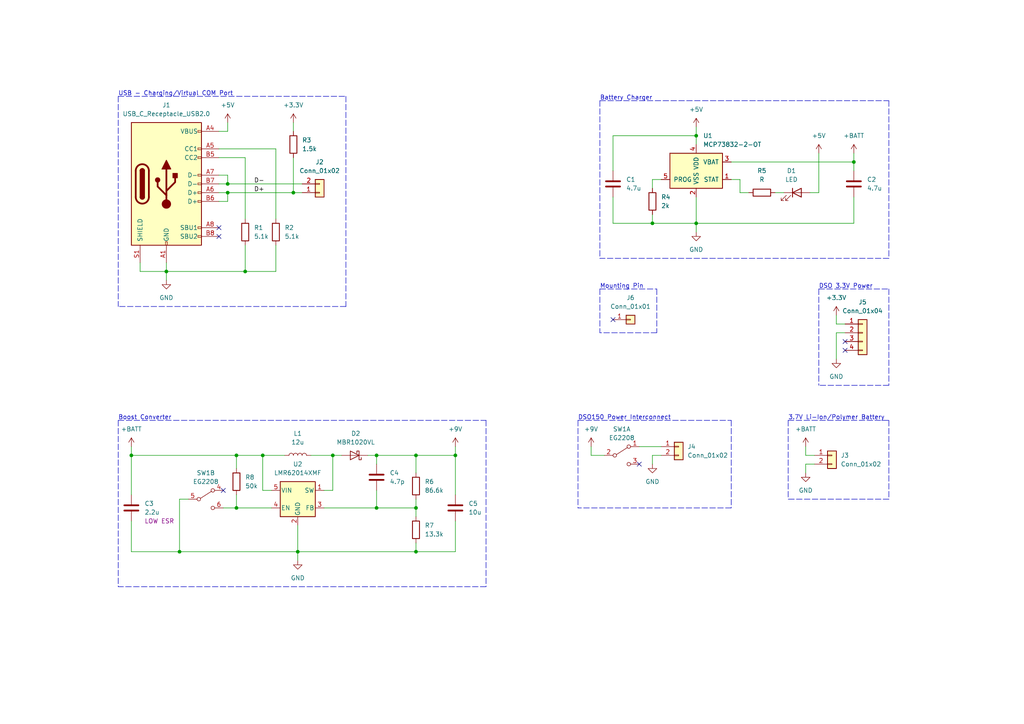
<source format=kicad_sch>
(kicad_sch (version 20211123) (generator eeschema)
  (paper "A4")
  (title_block (title "DSO150 Mod") (date "2022-09-11") (rev "1.0") (company "Aaron Shappell"))
  (lib_symbols
    (symbol "Battery_Management:MCP73832-2-OT" (pin_names (offset 1.016))
      (property "Reference" "U" (at -7.62 6.35 0))
      (property "Value" "MCP73832-2-OT" (at 1.27 6.35 0))
      (symbol "MCP73832-2-OT_0_1"
        (rectangle (start -7.62 5.08) (end 7.62 -5.08) (stroke (width 0.254)) (fill (type background)))
      )
      (symbol "MCP73832-2-OT_1_1"
        (pin output line (at 10.16 -2.54 180) (length 2.54) (name "STAT") (number "1"))
        (pin power_in line (at 0 -7.62 90) (length 2.54) (name "VSS") (number "2"))
        (pin power_out line (at 10.16 2.54 180) (length 2.54) (name "VBAT") (number "3"))
        (pin power_in line (at 0 7.62 270) (length 2.54) (name "VDD") (number "4"))
        (pin input line (at -10.16 -2.54 0) (length 2.54) (name "PROG") (number "5"))
      )
    )
    (symbol "Connector:USB_C_Receptacle_USB2.0" (pin_names (offset 1.016))
      (property "Reference" "J" (at -10.16 19.05 0))
      (property "Value" "USB_C_Receptacle_USB2.0" (at 19.05 19.05 0))
      (symbol "USB_C_Receptacle_USB2.0_0_0"
        (rectangle (start -0.254 -17.78) (end 0.254 -16.764))
        (rectangle (start 10.16 -14.986) (end 9.144 -15.494))
        (rectangle (start 10.16 -12.446) (end 9.144 -12.954))
        (rectangle (start 10.16 -4.826) (end 9.144 -5.334))
        (rectangle (start 10.16 -2.286) (end 9.144 -2.794))
        (rectangle (start 10.16 0.254) (end 9.144 -0.254))
        (rectangle (start 10.16 2.794) (end 9.144 2.286))
        (rectangle (start 10.16 7.874) (end 9.144 7.366))
        (rectangle (start 10.16 10.414) (end 9.144 9.906))
        (rectangle (start 10.16 15.494) (end 9.144 14.986))
      )
      (symbol "USB_C_Receptacle_USB2.0_0_1"
        (rectangle (start -10.16 17.78) (end 10.16 -17.78) (stroke (width 0.254)) (fill (type background)))
        (arc (start -8.89 -3.81) (mid -6.985 -5.715) (end -5.08 -3.81) (stroke (width 0.508)))
        (arc (start -7.62 -3.81) (mid -6.985 -4.445) (end -6.35 -3.81) (stroke (width 0.254)))
        (arc (start -7.62 -3.81) (mid -6.985 -4.445) (end -6.35 -3.81) (stroke (width 0.254)) (fill (type outline)))
        (rectangle (start -7.62 -3.81) (end -6.35 3.81) (stroke (width 0.254)) (fill (type outline)))
        (arc (start -6.35 3.81) (mid -6.985 4.445) (end -7.62 3.81) (stroke (width 0.254)))
        (arc (start -6.35 3.81) (mid -6.985 4.445) (end -7.62 3.81) (stroke (width 0.254)) (fill (type outline)))
        (arc (start -5.08 3.81) (mid -6.985 5.715) (end -8.89 3.81) (stroke (width 0.508)))
        (circle (center -2.54 1.143) (radius 0.635) (stroke (width 0.254)) (fill (type outline)))
        (circle (center 0 -5.842) (radius 1.27) (fill (type outline)))
        (polyline (pts (xy -8.89 -3.81) (xy -8.89 3.81)) (stroke (width 0.508)))
        (polyline (pts (xy -5.08 3.81) (xy -5.08 -3.81)) (stroke (width 0.508)))
        (polyline (pts (xy 0 -5.842) (xy 0 4.318)) (stroke (width 0.508)))
        (polyline (pts (xy 0 -3.302) (xy -2.54 -0.762) (xy -2.54 0.508)) (stroke (width 0.508)))
        (polyline (pts (xy 0 -2.032) (xy 2.54 0.508) (xy 2.54 1.778)) (stroke (width 0.508)))
        (polyline (pts (xy -1.27 4.318) (xy 0 6.858) (xy 1.27 4.318) (xy -1.27 4.318)) (stroke (width 0.254)) (fill (type outline)))
        (rectangle (start 1.905 1.778) (end 3.175 3.048) (stroke (width 0.254)) (fill (type outline)))
      )
      (symbol "USB_C_Receptacle_USB2.0_1_1"
        (pin passive line (at 0 -22.86 90) (length 5.08) (name "GND") (number "A1"))
        (pin passive line (at 0 -22.86 90) (length 5.08) hide (name "GND") (number "A12"))
        (pin passive line (at 15.24 15.24 180) (length 5.08) (name "VBUS") (number "A4"))
        (pin bidirectional line (at 15.24 10.16 180) (length 5.08) (name "CC1") (number "A5"))
        (pin bidirectional line (at 15.24 -2.54 180) (length 5.08) (name "D+") (number "A6"))
        (pin bidirectional line (at 15.24 2.54 180) (length 5.08) (name "D-") (number "A7"))
        (pin bidirectional line (at 15.24 -12.7 180) (length 5.08) (name "SBU1") (number "A8"))
        (pin passive line (at 15.24 15.24 180) (length 5.08) hide (name "VBUS") (number "A9"))
        (pin passive line (at 0 -22.86 90) (length 5.08) hide (name "GND") (number "B1"))
        (pin passive line (at 0 -22.86 90) (length 5.08) hide (name "GND") (number "B12"))
        (pin passive line (at 15.24 15.24 180) (length 5.08) hide (name "VBUS") (number "B4"))
        (pin bidirectional line (at 15.24 7.62 180) (length 5.08) (name "CC2") (number "B5"))
        (pin bidirectional line (at 15.24 -5.08 180) (length 5.08) (name "D+") (number "B6"))
        (pin bidirectional line (at 15.24 0 180) (length 5.08) (name "D-") (number "B7"))
        (pin bidirectional line (at 15.24 -15.24 180) (length 5.08) (name "SBU2") (number "B8"))
        (pin passive line (at 15.24 15.24 180) (length 5.08) hide (name "VBUS") (number "B9"))
        (pin passive line (at -7.62 -22.86 90) (length 5.08) (name "SHIELD") (number "S1"))
      )
    )
    (symbol "Connector_Generic:Conn_01x01" (pin_names (offset 1.016) hide)
      (property "Reference" "J" (at 0 2.54 0))
      (property "Value" "Conn_01x01" (at 0 -2.54 0))
      (symbol "Conn_01x01_1_1"
        (rectangle (start -1.27 0.127) (end 0 -0.127) (stroke (width 0.1524)))
        (rectangle (start -1.27 1.27) (end 1.27 -1.27) (stroke (width 0.254)) (fill (type background)))
        (pin passive line (at -5.08 0 0) (length 3.81) (name "Pin_1") (number "1"))
      )
    )
    (symbol "Connector_Generic:Conn_01x02" (pin_names (offset 1.016) hide)
      (property "Reference" "J" (at 0 2.54 0))
      (property "Value" "Conn_01x02" (at 0 -5.08 0))
      (symbol "Conn_01x02_1_1"
        (rectangle (start -1.27 -2.413) (end 0 -2.667) (stroke (width 0.1524)))
        (rectangle (start -1.27 0.127) (end 0 -0.127) (stroke (width 0.1524)))
        (rectangle (start -1.27 1.27) (end 1.27 -3.81) (stroke (width 0.254)) (fill (type background)))
        (pin passive line (at -5.08 0 0) (length 3.81) (name "Pin_1") (number "1"))
        (pin passive line (at -5.08 -2.54 0) (length 3.81) (name "Pin_2") (number "2"))
      )
    )
    (symbol "Connector_Generic:Conn_01x04" (pin_names (offset 1.016) hide)
      (property "Reference" "J" (at 0 5.08 0))
      (property "Value" "Conn_01x04" (at 0 -7.62 0))
      (symbol "Conn_01x04_1_1"
        (rectangle (start -1.27 -4.953) (end 0 -5.207) (stroke (width 0.1524)))
        (rectangle (start -1.27 -2.413) (end 0 -2.667) (stroke (width 0.1524)))
        (rectangle (start -1.27 0.127) (end 0 -0.127) (stroke (width 0.1524)))
        (rectangle (start -1.27 2.667) (end 0 2.413) (stroke (width 0.1524)))
        (rectangle (start -1.27 3.81) (end 1.27 -6.35) (stroke (width 0.254)) (fill (type background)))
        (pin passive line (at -5.08 2.54 0) (length 3.81) (name "Pin_1") (number "1"))
        (pin passive line (at -5.08 0 0) (length 3.81) (name "Pin_2") (number "2"))
        (pin passive line (at -5.08 -2.54 0) (length 3.81) (name "Pin_3") (number "3"))
        (pin passive line (at -5.08 -5.08 0) (length 3.81) (name "Pin_4") (number "4"))
      )
    )
    (symbol "Device:C" (pin_numbers hide) (pin_names (offset 0.254))
      (property "Reference" "C" (at 0.635 2.54 0))
      (property "Value" "C" (at 0.635 -2.54 0))
      (symbol "C_0_1"
        (polyline (pts (xy -2.032 -0.762) (xy 2.032 -0.762)) (stroke (width 0.508)))
        (polyline (pts (xy -2.032 0.762) (xy 2.032 0.762)) (stroke (width 0.508)))
      )
      (symbol "C_1_1"
        (pin passive line (at 0 3.81 270) (length 2.794) (name "~") (number "1"))
        (pin passive line (at 0 -3.81 90) (length 2.794) (name "~") (number "2"))
      )
    )
    (symbol "Device:L" (pin_numbers hide) (pin_names (offset 1.016) hide)
      (property "Reference" "L" (at -1.27 0 90))
      (property "Value" "L" (at 1.905 0 90))
      (symbol "L_0_1"
        (arc (start 0 -2.54) (mid 0.635 -1.905) (end 0 -1.27))
        (arc (start 0 -1.27) (mid 0.635 -0.635) (end 0 0))
        (arc (start 0 0) (mid 0.635 0.635) (end 0 1.27))
        (arc (start 0 1.27) (mid 0.635 1.905) (end 0 2.54))
      )
      (symbol "L_1_1"
        (pin passive line (at 0 3.81 270) (length 1.27) (name "1") (number "1"))
        (pin passive line (at 0 -3.81 90) (length 1.27) (name "2") (number "2"))
      )
    )
    (symbol "Device:LED" (pin_numbers hide) (pin_names (offset 1.016) hide)
      (property "Reference" "D" (at 0 2.54 0))
      (property "Value" "LED" (at 0 -2.54 0))
      (symbol "LED_0_1"
        (polyline (pts (xy -1.27 -1.27) (xy -1.27 1.27)) (stroke (width 0.254)))
        (polyline (pts (xy -1.27 0) (xy 1.27 0)))
        (polyline (pts (xy 1.27 -1.27) (xy 1.27 1.27) (xy -1.27 0) (xy 1.27 -1.27)) (stroke (width 0.254)))
        (polyline (pts (xy -3.048 -0.762) (xy -4.572 -2.286) (xy -3.81 -2.286) (xy -4.572 -2.286) (xy -4.572 -1.524)))
        (polyline (pts (xy -1.778 -0.762) (xy -3.302 -2.286) (xy -2.54 -2.286) (xy -3.302 -2.286) (xy -3.302 -1.524)))
      )
      (symbol "LED_1_1"
        (pin passive line (at -3.81 0 0) (length 2.54) (name "K") (number "1"))
        (pin passive line (at 3.81 0 180) (length 2.54) (name "A") (number "2"))
      )
    )
    (symbol "Device:R" (pin_numbers hide) (pin_names (offset 0))
      (property "Reference" "R" (at 2.032 0 90))
      (property "Value" "R" (at 0 0 90))
      (symbol "R_0_1"
        (rectangle (start -1.016 -2.54) (end 1.016 2.54) (stroke (width 0.254)))
      )
      (symbol "R_1_1"
        (pin passive line (at 0 3.81 270) (length 1.27) (name "~") (number "1"))
        (pin passive line (at 0 -3.81 90) (length 1.27) (name "~") (number "2"))
      )
    )
    (symbol "Diode:MBR1020VL" (pin_numbers hide) (pin_names hide)
      (property "Reference" "D" (at 0 2.54 0))
      (property "Value" "MBR1020VL" (at 0 -2.54 0))
      (symbol "MBR1020VL_0_1"
        (polyline (pts (xy 1.27 0) (xy -1.27 0)))
        (polyline (pts (xy 1.27 1.27) (xy 1.27 -1.27) (xy -1.27 0) (xy 1.27 1.27)) (stroke (width 0.2032)))
        (polyline (pts (xy -1.905 0.635) (xy -1.905 1.27) (xy -1.27 1.27) (xy -1.27 -1.27) (xy -0.635 -1.27) (xy -0.635 -0.635)) (stroke (width 0.2032)))
      )
      (symbol "MBR1020VL_1_1"
        (pin passive line (at -3.81 0 0) (length 2.54) (name "K") (number "1"))
        (pin passive line (at 3.81 0 180) (length 2.54) (name "A") (number "2"))
      )
    )
    (symbol "Regulator_Switching:LMR62014XMF" (pin_names (offset 0.254))
      (property "Reference" "U" (at -5.08 6.35 0))
      (property "Value" "LMR62014XMF" (at 0 6.35 0))
      (symbol "LMR62014XMF_0_1"
        (rectangle (start -5.08 5.08) (end 5.08 -5.08) (stroke (width 0.254)) (fill (type background)))
      )
      (symbol "LMR62014XMF_1_1"
        (pin output line (at 7.62 2.54 180) (length 2.54) (name "SW") (number "1"))
        (pin power_in line (at 0 -7.62 90) (length 2.54) (name "GND") (number "2"))
        (pin input line (at 7.62 -2.54 180) (length 2.54) (name "FB") (number "3"))
        (pin input line (at -7.62 -2.54 0) (length 2.54) (name "EN") (number "4"))
        (pin input line (at -7.62 2.54 0) (length 2.54) (name "VIN") (number "5"))
      )
    )
    (symbol "Switch:SW_DPDT_x2" (pin_names (offset 0) hide)
      (property "Reference" "SW" (at 0 4.318 0))
      (property "Value" "SW_DPDT_x2" (at 0 -5.08 0))
      (symbol "SW_DPDT_x2_0_0"
        (circle (center -2.032 0) (radius 0.508))
        (circle (center 2.032 -2.54) (radius 0.508))
      )
      (symbol "SW_DPDT_x2_0_1"
        (polyline (pts (xy -1.524 0.254) (xy 1.651 2.286)))
        (circle (center 2.032 2.54) (radius 0.508))
      )
      (symbol "SW_DPDT_x2_1_1"
        (pin passive line (at 5.08 2.54 180) (length 2.54) (name "A") (number "1"))
        (pin passive line (at -5.08 0 0) (length 2.54) (name "B") (number "2"))
        (pin passive line (at 5.08 -2.54 180) (length 2.54) (name "C") (number "3"))
      )
      (symbol "SW_DPDT_x2_2_1"
        (pin passive line (at 5.08 2.54 180) (length 2.54) (name "A") (number "4"))
        (pin passive line (at -5.08 0 0) (length 2.54) (name "B") (number "5"))
        (pin passive line (at 5.08 -2.54 180) (length 2.54) (name "C") (number "6"))
      )
    )
    (symbol "power:+3.3V" (power) (pin_names (offset 0))
      (property "Value" "+3.3V" (at 0 3.556 0))
      (symbol "+3.3V_0_1"
        (polyline (pts (xy -0.762 1.27) (xy 0 2.54)))
        (polyline (pts (xy 0 0) (xy 0 2.54)))
        (polyline (pts (xy 0 2.54) (xy 0.762 1.27)))
      )
      (symbol "+3.3V_1_1"
        (pin power_in line (at 0 0 90) (length 0) hide (name "+3.3V") (number "1"))
      )
    )
    (symbol "power:+5V" (power) (pin_names (offset 0))
      (property "Value" "+5V" (at 0 3.556 0))
      (symbol "+5V_0_1"
        (polyline (pts (xy -0.762 1.27) (xy 0 2.54)))
        (polyline (pts (xy 0 0) (xy 0 2.54)))
        (polyline (pts (xy 0 2.54) (xy 0.762 1.27)))
      )
      (symbol "+5V_1_1"
        (pin power_in line (at 0 0 90) (length 0) hide (name "+5V") (number "1"))
      )
    )
    (symbol "power:+9V" (power) (pin_names (offset 0))
      (property "Value" "+9V" (at 0 3.556 0))
      (symbol "+9V_0_1"
        (polyline (pts (xy -0.762 1.27) (xy 0 2.54)))
        (polyline (pts (xy 0 0) (xy 0 2.54)))
        (polyline (pts (xy 0 2.54) (xy 0.762 1.27)))
      )
      (symbol "+9V_1_1"
        (pin power_in line (at 0 0 90) (length 0) hide (name "+9V") (number "1"))
      )
    )
    (symbol "power:+BATT" (power) (pin_names (offset 0))
      (property "Value" "+BATT" (at 0 3.556 0))
      (symbol "+BATT_0_1"
        (polyline (pts (xy -0.762 1.27) (xy 0 2.54)))
        (polyline (pts (xy 0 0) (xy 0 2.54)))
        (polyline (pts (xy 0 2.54) (xy 0.762 1.27)))
      )
      (symbol "+BATT_1_1"
        (pin power_in line (at 0 0 90) (length 0) hide (name "+BATT") (number "1"))
      )
    )
    (symbol "power:GND" (power) (pin_names (offset 0))
      (property "Value" "GND" (at 0 -3.81 0))
      (symbol "GND_0_1"
        (polyline (pts (xy 0 0) (xy 0 -1.27) (xy 1.27 -1.27) (xy 0 -2.54) (xy -1.27 -1.27) (xy 0 -1.27)))
      )
      (symbol "GND_1_1"
        (pin power_in line (at 0 0 270) (length 0) hide (name "GND") (number "1"))
      )
    )
  )
  (junction (at 68.58 132.08))
  (junction (at 109.22 132.08))
  (junction (at 71.12 78.74))
  (junction (at 85.09 55.88))
  (junction (at 109.22 147.32))
  (junction (at 120.65 132.08))
  (junction (at 66.04 53.34))
  (junction (at 48.26 78.74))
  (junction (at 132.08 132.08))
  (junction (at 247.65 46.99))
  (junction (at 68.58 147.32))
  (junction (at 38.1 132.08))
  (junction (at 52.07 160.02))
  (junction (at 201.93 39.37))
  (junction (at 120.65 160.02))
  (junction (at 189.23 64.77))
  (junction (at 86.36 160.02))
  (junction (at 66.04 55.88))
  (junction (at 96.52 132.08))
  (junction (at 120.65 147.32))
  (junction (at 201.93 64.77))
  (junction (at 76.2 132.08))
  (no_connect (at 63.5 66.04))
  (no_connect (at 63.5 68.58))
  (no_connect (at 185.42 134.62))
  (no_connect (at 245.11 101.6))
  (no_connect (at 245.11 99.06))
  (no_connect (at 64.77 142.24))
  (no_connect (at 177.8 92.71))
  (wire (pts (xy 201.93 39.37) (xy 201.93 41.91)))
  (wire (pts (xy 177.8 57.15) (xy 177.8 64.77)))
  (wire (pts (xy 132.08 132.08) (xy 132.08 143.51)))
  (wire (pts (xy 233.68 137.16) (xy 233.68 134.62)))
  (polyline (pts (xy 257.81 121.92) (xy 257.81 144.78)))
  (wire (pts (xy 189.23 132.08) (xy 191.77 132.08)))
  (polyline (pts (xy 237.49 83.82) (xy 257.81 83.82)))
  (wire (pts (xy 68.58 147.32) (xy 68.58 143.51)))
  (polyline (pts (xy 228.6 121.92) (xy 257.81 121.92)))
  (polyline (pts (xy 167.64 121.92) (xy 212.09 121.92)))
  (wire (pts (xy 66.04 58.42) (xy 63.5 58.42)))
  (wire (pts (xy 247.65 46.99) (xy 247.65 49.53)))
  (wire (pts (xy 185.42 129.54) (xy 191.77 129.54)))
  (wire (pts (xy 38.1 151.13) (xy 38.1 160.02)))
  (wire (pts (xy 86.36 152.4) (xy 86.36 160.02)))
  (wire (pts (xy 106.68 132.08) (xy 109.22 132.08)))
  (wire (pts (xy 38.1 143.51) (xy 38.1 132.08)))
  (wire (pts (xy 214.63 52.07) (xy 214.63 55.88)))
  (wire (pts (xy 63.5 50.8) (xy 66.04 50.8)))
  (polyline (pts (xy 212.09 121.92) (xy 212.09 147.32)))
  (polyline (pts (xy 257.81 74.93) (xy 173.99 74.93)))
  (wire (pts (xy 71.12 45.72) (xy 63.5 45.72)))
  (wire (pts (xy 233.68 132.08) (xy 236.22 132.08)))
  (polyline (pts (xy 34.29 121.92) (xy 34.29 170.18)))
  (polyline (pts (xy 190.5 96.52) (xy 173.99 96.52)))
  (polyline (pts (xy 228.6 121.92) (xy 228.6 144.78)))
  (wire (pts (xy 177.8 49.53) (xy 177.8 39.37)))
  (polyline (pts (xy 34.29 27.94) (xy 100.33 27.94)))
  (wire (pts (xy 247.65 57.15) (xy 247.65 64.77)))
  (wire (pts (xy 48.26 78.74) (xy 48.26 81.28)))
  (wire (pts (xy 63.5 53.34) (xy 66.04 53.34)))
  (wire (pts (xy 245.11 96.52) (xy 242.57 96.52)))
  (wire (pts (xy 38.1 132.08) (xy 68.58 132.08)))
  (wire (pts (xy 109.22 142.24) (xy 109.22 147.32)))
  (wire (pts (xy 233.68 129.54) (xy 233.68 132.08)))
  (wire (pts (xy 177.8 39.37) (xy 201.93 39.37)))
  (wire (pts (xy 189.23 64.77) (xy 201.93 64.77)))
  (wire (pts (xy 48.26 76.2) (xy 48.26 78.74)))
  (wire (pts (xy 242.57 93.98) (xy 245.11 93.98)))
  (wire (pts (xy 66.04 55.88) (xy 66.04 58.42)))
  (wire (pts (xy 120.65 157.48) (xy 120.65 160.02)))
  (wire (pts (xy 66.04 38.1) (xy 66.04 35.56)))
  (polyline (pts (xy 190.5 83.82) (xy 190.5 96.52)))
  (wire (pts (xy 80.01 71.12) (xy 80.01 78.74)))
  (polyline (pts (xy 173.99 83.82) (xy 190.5 83.82)))
  (wire (pts (xy 234.95 55.88) (xy 237.49 55.88)))
  (wire (pts (xy 85.09 35.56) (xy 85.09 38.1)))
  (wire (pts (xy 247.65 44.45) (xy 247.65 46.99)))
  (wire (pts (xy 212.09 52.07) (xy 214.63 52.07)))
  (wire (pts (xy 120.65 147.32) (xy 120.65 149.86)))
  (wire (pts (xy 52.07 160.02) (xy 86.36 160.02)))
  (wire (pts (xy 68.58 147.32) (xy 78.74 147.32)))
  (wire (pts (xy 132.08 151.13) (xy 132.08 160.02)))
  (wire (pts (xy 132.08 129.54) (xy 132.08 132.08)))
  (wire (pts (xy 109.22 147.32) (xy 120.65 147.32)))
  (polyline (pts (xy 34.29 27.94) (xy 34.29 88.9)))
  (polyline (pts (xy 257.81 144.78) (xy 228.6 144.78)))
  (wire (pts (xy 212.09 46.99) (xy 247.65 46.99)))
  (wire (pts (xy 38.1 160.02) (xy 52.07 160.02)))
  (wire (pts (xy 96.52 132.08) (xy 96.52 142.24)))
  (wire (pts (xy 132.08 160.02) (xy 120.65 160.02)))
  (wire (pts (xy 63.5 43.18) (xy 80.01 43.18)))
  (wire (pts (xy 120.65 137.16) (xy 120.65 132.08)))
  (wire (pts (xy 66.04 53.34) (xy 87.63 53.34)))
  (wire (pts (xy 68.58 132.08) (xy 76.2 132.08)))
  (wire (pts (xy 242.57 96.52) (xy 242.57 104.14)))
  (polyline (pts (xy 212.09 147.32) (xy 167.64 147.32)))
  (polyline (pts (xy 100.33 88.9) (xy 34.29 88.9)))
  (wire (pts (xy 247.65 64.77) (xy 201.93 64.77)))
  (wire (pts (xy 71.12 71.12) (xy 71.12 78.74)))
  (polyline (pts (xy 173.99 29.21) (xy 173.99 74.93)))
  (wire (pts (xy 85.09 55.88) (xy 87.63 55.88)))
  (polyline (pts (xy 140.97 170.18) (xy 34.29 170.18)))
  (polyline (pts (xy 257.81 29.21) (xy 257.81 74.93)))
  (wire (pts (xy 54.61 144.78) (xy 52.07 144.78)))
  (wire (pts (xy 189.23 54.61) (xy 189.23 52.07)))
  (wire (pts (xy 64.77 147.32) (xy 68.58 147.32)))
  (polyline (pts (xy 100.33 27.94) (xy 100.33 88.9)))
  (wire (pts (xy 120.65 160.02) (xy 86.36 160.02)))
  (wire (pts (xy 233.68 134.62) (xy 236.22 134.62)))
  (polyline (pts (xy 257.81 83.82) (xy 257.81 111.76)))
  (wire (pts (xy 85.09 45.72) (xy 85.09 55.88)))
  (wire (pts (xy 171.45 129.54) (xy 171.45 132.08)))
  (wire (pts (xy 90.17 132.08) (xy 96.52 132.08)))
  (wire (pts (xy 76.2 142.24) (xy 78.74 142.24)))
  (wire (pts (xy 189.23 134.62) (xy 189.23 132.08)))
  (wire (pts (xy 40.64 78.74) (xy 48.26 78.74)))
  (polyline (pts (xy 167.64 121.92) (xy 167.64 147.32)))
  (wire (pts (xy 132.08 132.08) (xy 120.65 132.08)))
  (polyline (pts (xy 140.97 121.92) (xy 140.97 170.18)))
  (wire (pts (xy 82.55 132.08) (xy 76.2 132.08)))
  (wire (pts (xy 96.52 132.08) (xy 99.06 132.08)))
  (wire (pts (xy 71.12 78.74) (xy 48.26 78.74)))
  (wire (pts (xy 80.01 43.18) (xy 80.01 63.5)))
  (wire (pts (xy 201.93 64.77) (xy 201.93 67.31)))
  (wire (pts (xy 242.57 91.44) (xy 242.57 93.98)))
  (wire (pts (xy 109.22 132.08) (xy 120.65 132.08)))
  (wire (pts (xy 201.93 36.83) (xy 201.93 39.37)))
  (wire (pts (xy 66.04 55.88) (xy 85.09 55.88)))
  (polyline (pts (xy 257.81 111.76) (xy 237.49 111.76)))
  (wire (pts (xy 237.49 44.45) (xy 237.49 55.88)))
  (polyline (pts (xy 34.29 121.92) (xy 140.97 121.92)))
  (wire (pts (xy 38.1 129.54) (xy 38.1 132.08)))
  (wire (pts (xy 201.93 57.15) (xy 201.93 64.77)))
  (polyline (pts (xy 173.99 29.21) (xy 257.81 29.21)))
  (wire (pts (xy 52.07 144.78) (xy 52.07 160.02)))
  (wire (pts (xy 93.98 142.24) (xy 96.52 142.24)))
  (wire (pts (xy 224.79 55.88) (xy 227.33 55.88)))
  (wire (pts (xy 63.5 55.88) (xy 66.04 55.88)))
  (wire (pts (xy 40.64 76.2) (xy 40.64 78.74)))
  (wire (pts (xy 86.36 160.02) (xy 86.36 162.56)))
  (wire (pts (xy 171.45 132.08) (xy 175.26 132.08)))
  (wire (pts (xy 80.01 78.74) (xy 71.12 78.74)))
  (wire (pts (xy 66.04 53.34) (xy 66.04 50.8)))
  (wire (pts (xy 177.8 64.77) (xy 189.23 64.77)))
  (wire (pts (xy 93.98 147.32) (xy 109.22 147.32)))
  (wire (pts (xy 68.58 132.08) (xy 68.58 135.89)))
  (wire (pts (xy 109.22 132.08) (xy 109.22 134.62)))
  (wire (pts (xy 76.2 132.08) (xy 76.2 142.24)))
  (wire (pts (xy 120.65 144.78) (xy 120.65 147.32)))
  (wire (pts (xy 189.23 62.23) (xy 189.23 64.77)))
  (wire (pts (xy 214.63 55.88) (xy 217.17 55.88)))
  (wire (pts (xy 63.5 38.1) (xy 66.04 38.1)))
  (polyline (pts (xy 237.49 83.82) (xy 237.49 111.76)))
  (polyline (pts (xy 173.99 83.82) (xy 173.99 96.52)))
  (wire (pts (xy 71.12 63.5) (xy 71.12 45.72)))
  (wire (pts (xy 189.23 52.07) (xy 191.77 52.07)))
  (text "Battery Charger" (at 173.99 29.21 0) (effects (font (size 1.27 1.27)) (justify left bottom)))
  (text "DSO150 Power Interconnect" (at 167.64 121.92 0) (effects (font (size 1.27 1.27)) (justify left bottom)))
  (text "USB - Charging/Virtual COM Port" (at 34.29 27.94 0) (effects (font (size 1.27 1.27)) (justify left bottom)))
  (text "Mounting Pin" (at 173.99 83.82 0) (effects (font (size 1.27 1.27)) (justify left bottom)))
  (text "Boost Converter" (at 34.29 121.92 0) (effects (font (size 1.27 1.27)) (justify left bottom)))
  (text "DSO 3.3V Power" (at 237.49 83.82 0) (effects (font (size 1.27 1.27)) (justify left bottom)))
  (text "3.7V Li-Ion/Polymer Battery" (at 228.6 121.92 0) (effects (font (size 1.27 1.27)) (justify left bottom)))
  (label "D+" (at 73.66 55.88 0))
  (label "D-" (at 73.66 53.34 0))
  (symbol (lib_id "power:GND") (at 48.26 81.28 0) (unit 1)
    (property "Reference" "#PWR01" (effects hide))
    (property "Value" "GND" (at 48.26 86.36 0))
  )
  (symbol (lib_id "Device:C") (at 177.8 53.34 0) (unit 1)
    (property "Reference" "C1" (at 181.61 52.0699 0) (effects (justify left)))
    (property "Value" "4.7u" (at 181.61 54.6099 0) (effects (justify left)))
    (property "Footprint" "Capacitor_SMD:C_0603_1608Metric" (effects hide))
  )
  (symbol (lib_id "power:+3.3V") (at 85.09 35.56 0) (unit 1)
    (property "Reference" "#PWR03" (effects hide))
    (property "Value" "+3.3V" (at 85.09 30.48 0))
  )
  (symbol (lib_id "Connector_Generic:Conn_01x04") (at 250.19 96.52 0) (unit 1)
    (property "Reference" "J5" (at 250.19 87.63 0))
    (property "Value" "Conn_01x04" (at 250.19 90.17 0))
    (property "Footprint" "Connector_PinHeader_2.54mm:PinHeader_1x04_P2.54mm_Vertical" (effects hide))
  )
  (symbol (lib_id "Device:R") (at 68.58 139.7 0) (unit 1)
    (property "Reference" "R8" (at 71.12 138.4299 0) (effects (justify left)))
    (property "Value" "50k" (at 71.12 140.9699 0) (effects (justify left)))
    (property "Footprint" "Resistor_SMD:R_0603_1608Metric" (effects hide))
  )
  (symbol (lib_id "Connector:USB_C_Receptacle_USB2.0") (at 48.26 53.34 0) (unit 1)
    (property "Reference" "J1" (at 48.26 30.48 0))
    (property "Value" "USB_C_Receptacle_USB2.0" (at 48.26 33.02 0))
    (property "Footprint" "dso150_mod:USB_C_Receptacle_GCT_USB4085" (effects hide))
    (property "Datasheet" "https://www.usb.org/sites/default/files/documents/usb_type-c.zip" (effects hide))
  )
  (symbol (lib_id "Switch:SW_DPDT_x2") (at 59.69 144.78 0) (unit 2)
    (property "Reference" "SW1" (at 59.69 137.16 0))
    (property "Value" "EG2208" (at 59.69 139.7 0))
    (property "Footprint" "dso150_mod:SW_E-Switch_EG2208_DPDT_Angled" (effects hide))
  )
  (symbol (lib_id "Device:R") (at 220.98 55.88 90) (unit 1)
    (property "Reference" "R5" (at 220.98 49.53 90))
    (property "Value" "R" (at 220.98 52.07 90))
    (property "Footprint" "Resistor_SMD:R_0603_1608Metric" (effects hide))
  )
  (symbol (lib_id "Device:R") (at 71.12 67.31 0) (unit 1)
    (property "Reference" "R1" (at 73.66 66.0399 0) (effects (justify left)))
    (property "Value" "5.1k" (at 73.66 68.5799 0) (effects (justify left)))
    (property "Footprint" "Resistor_SMD:R_0603_1608Metric" (effects hide))
  )
  (symbol (lib_id "power:+9V") (at 171.45 129.54 0) (mirror y) (unit 1)
    (property "Reference" "#PWR016" (effects hide))
    (property "Value" "+9V" (at 171.45 124.46 0))
  )
  (symbol (lib_id "power:+5V") (at 201.93 36.83 0) (unit 1)
    (property "Reference" "#PWR04" (effects hide))
    (property "Value" "+5V" (at 201.93 31.75 0))
  )
  (symbol (lib_id "Device:C") (at 109.22 138.43 0) (unit 1)
    (property "Reference" "C4" (at 113.03 137.1599 0) (effects (justify left)))
    (property "Value" "4.7p" (at 113.03 139.6999 0) (effects (justify left)))
    (property "Footprint" "Capacitor_SMD:C_0603_1608Metric" (effects hide))
  )
  (symbol (lib_id "Device:R") (at 85.09 41.91 0) (unit 1)
    (property "Reference" "R3" (at 87.63 40.6399 0) (effects (justify left)))
    (property "Value" "1.5k" (at 87.63 43.1799 0) (effects (justify left)))
    (property "Footprint" "Resistor_SMD:R_0603_1608Metric" (effects hide))
  )
  (symbol (lib_id "power:GND") (at 242.57 104.14 0) (unit 1)
    (property "Reference" "#PWR015" (effects hide))
    (property "Value" "GND" (at 242.57 109.22 0))
  )
  (symbol (lib_id "power:+5V") (at 66.04 35.56 0) (unit 1)
    (property "Reference" "#PWR02" (effects hide))
    (property "Value" "+5V" (at 66.04 30.48 0))
  )
  (symbol (lib_id "power:GND") (at 201.93 67.31 0) (unit 1)
    (property "Reference" "#PWR05" (effects hide))
    (property "Value" "GND" (at 201.93 72.39 0))
  )
  (symbol (lib_id "power:+3.3V") (at 242.57 91.44 0) (mirror y) (unit 1)
    (property "Reference" "#PWR014" (effects hide))
    (property "Value" "+3.3V" (at 242.57 86.36 0))
  )
  (symbol (lib_id "Device:C") (at 247.65 53.34 0) (unit 1)
    (property "Reference" "C2" (at 251.46 52.0699 0) (effects (justify left)))
    (property "Value" "4.7u" (at 251.46 54.6099 0) (effects (justify left)))
    (property "Footprint" "Capacitor_SMD:C_0603_1608Metric" (effects hide))
  )
  (symbol (lib_id "Connector_Generic:Conn_01x01") (at 182.88 92.71 0) (mirror x) (unit 1)
    (property "Reference" "J6" (at 182.88 86.36 0))
    (property "Value" "Conn_01x01" (at 182.88 88.9 0))
    (property "Footprint" "Connector_PinHeader_2.54mm:PinHeader_1x01_P2.54mm_Vertical" (effects hide))
  )
  (symbol (lib_id "Device:C") (at 38.1 147.32 0) (unit 1)
    (property "Reference" "C3" (at 41.91 146.0499 0) (effects (justify left)))
    (property "Value" "2.2u" (at 41.91 148.5899 0) (effects (justify left)))
    (property "Footprint" "Capacitor_SMD:C_0603_1608Metric" (effects hide))
    (property "Note" "LOW ESR" (at 41.91 151.13 0) (effects (justify left)))
  )
  (symbol (lib_id "Diode:MBR1020VL") (at 102.87 132.08 180) (unit 1)
    (property "Reference" "D2" (at 103.1875 125.73 0))
    (property "Value" "MBR1020VL" (at 103.1875 128.27 0))
    (property "Footprint" "Diode_SMD:D_SOD-123F" (effects hide))
    (property "Datasheet" "https://www.onsemi.com/pub/Collateral/MBR1020VL-D.PDF" (effects hide))
  )
  (symbol (lib_id "Device:C") (at 132.08 147.32 0) (unit 1)
    (property "Reference" "C5" (at 135.89 146.0499 0) (effects (justify left)))
    (property "Value" "10u" (at 135.89 148.5899 0) (effects (justify left)))
    (property "Footprint" "Capacitor_SMD:C_0603_1608Metric" (effects hide))
  )
  (symbol (lib_id "power:GND") (at 86.36 162.56 0) (unit 1)
    (property "Reference" "#PWR09" (effects hide))
    (property "Value" "GND" (at 86.36 167.64 0))
  )
  (symbol (lib_id "power:GND") (at 233.68 137.16 0) (unit 1)
    (property "Reference" "#PWR012" (effects hide))
    (property "Value" "GND" (at 233.68 142.24 0))
  )
  (symbol (lib_id "Regulator_Switching:LMR62014XMF") (at 86.36 144.78 0) (unit 1)
    (property "Reference" "U2" (at 86.36 134.62 0))
    (property "Value" "LMR62014XMF" (at 86.36 137.16 0))
    (property "Footprint" "Package_TO_SOT_SMD:SOT-23-5" (effects hide))
    (property "Datasheet" "http://www.ti.com/lit/ds/symlink/lmr62014.pdf" (effects hide))
  )
  (symbol (lib_id "Battery_Management:MCP73832-2-OT") (at 201.93 49.53 0) (unit 1)
    (property "Reference" "U1" (at 203.9494 39.37 0) (effects (justify left)))
    (property "Value" "MCP73832-2-OT" (at 203.9494 41.91 0) (effects (justify left)))
    (property "Footprint" "Package_TO_SOT_SMD:SOT-23-5" (effects hide))
    (property "Datasheet" "http://ww1.microchip.com/downloads/en/DeviceDoc/20001984g.pdf" (effects hide))
  )
  (symbol (lib_id "power:+9V") (at 132.08 129.54 0) (unit 1)
    (property "Reference" "#PWR010" (effects hide))
    (property "Value" "+9V" (at 132.08 124.46 0))
  )
  (symbol (lib_id "power:+BATT") (at 247.65 44.45 0) (unit 1)
    (property "Reference" "#PWR07" (effects hide))
    (property "Value" "+BATT" (at 247.65 39.37 0))
  )
  (symbol (lib_id "power:+5V") (at 237.49 44.45 0) (unit 1)
    (property "Reference" "#PWR06" (effects hide))
    (property "Value" "+5V" (at 237.49 39.37 0))
  )
  (symbol (lib_id "power:+BATT") (at 233.68 129.54 0) (unit 1)
    (property "Reference" "#PWR011" (effects hide))
    (property "Value" "+BATT" (at 233.68 124.46 0))
  )
  (symbol (lib_id "Device:R") (at 189.23 58.42 0) (unit 1)
    (property "Reference" "R4" (at 191.77 57.1499 0) (effects (justify left)))
    (property "Value" "2k" (at 191.77 59.6899 0) (effects (justify left)))
    (property "Footprint" "Resistor_SMD:R_0603_1608Metric" (effects hide))
  )
  (symbol (lib_id "Switch:SW_DPDT_x2") (at 180.34 132.08 0) (unit 1)
    (property "Reference" "SW1" (at 180.34 124.46 0))
    (property "Value" "EG2208" (at 180.34 127 0))
    (property "Footprint" "dso150_mod:SW_E-Switch_EG2208_DPDT_Angled" (effects hide))
  )
  (symbol (lib_id "Connector_Generic:Conn_01x02") (at 92.71 55.88 0) (mirror x) (unit 1)
    (property "Reference" "J2" (at 92.71 46.99 0))
    (property "Value" "Conn_01x02" (at 92.71 49.53 0))
    (property "Footprint" "Connector_PinHeader_2.54mm:PinHeader_1x02_P2.54mm_Vertical" (effects hide))
  )
  (symbol (lib_id "power:GND") (at 189.23 134.62 0) (unit 1)
    (property "Reference" "#PWR013" (effects hide))
    (property "Value" "GND" (at 189.23 139.7 0))
  )
  (symbol (lib_id "Device:LED") (at 231.14 55.88 0) (unit 1)
    (property "Reference" "D1" (at 229.5525 49.53 0))
    (property "Value" "LED" (at 229.5525 52.07 0))
    (property "Footprint" "LED_SMD:LED_0603_1608Metric" (effects hide))
  )
  (symbol (lib_id "Connector_Generic:Conn_01x02") (at 196.85 129.54 0) (unit 1)
    (property "Reference" "J4" (at 199.39 129.5399 0) (effects (justify left)))
    (property "Value" "Conn_01x02" (at 199.39 132.0799 0) (effects (justify left)))
    (property "Footprint" "Connector_PinHeader_2.54mm:PinHeader_1x02_P2.54mm_Vertical" (effects hide))
  )
  (symbol (lib_id "Device:R") (at 120.65 140.97 0) (unit 1)
    (property "Reference" "R6" (at 123.19 139.6999 0) (effects (justify left)))
    (property "Value" "86.6k" (at 123.19 142.2399 0) (effects (justify left)))
    (property "Footprint" "Resistor_SMD:R_0603_1608Metric" (effects hide))
  )
  (symbol (lib_id "Device:R") (at 80.01 67.31 0) (unit 1)
    (property "Reference" "R2" (at 82.55 66.0399 0) (effects (justify left)))
    (property "Value" "5.1k" (at 82.55 68.5799 0) (effects (justify left)))
    (property "Footprint" "Resistor_SMD:R_0603_1608Metric" (effects hide))
  )
  (symbol (lib_id "power:+BATT") (at 38.1 129.54 0) (unit 1)
    (property "Reference" "#PWR08" (effects hide))
    (property "Value" "+BATT" (at 38.1 124.46 0))
  )
  (symbol (lib_id "Connector_Generic:Conn_01x02") (at 241.3 132.08 0) (unit 1)
    (property "Reference" "J3" (at 243.84 132.0799 0) (effects (justify left)))
    (property "Value" "Conn_01x02" (at 243.84 134.6199 0) (effects (justify left)))
    (property "Footprint" "Connector_JST:JST_PH_S2B-PH-K_1x02_P2.00mm_Horizontal" (effects hide))
  )
  (symbol (lib_id "Device:R") (at 120.65 153.67 0) (unit 1)
    (property "Reference" "R7" (at 123.19 152.3999 0) (effects (justify left)))
    (property "Value" "13.3k" (at 123.19 154.9399 0) (effects (justify left)))
    (property "Footprint" "Resistor_SMD:R_0603_1608Metric" (effects hide))
  )
  (symbol (lib_id "Device:L") (at 86.36 132.08 90) (unit 1)
    (property "Reference" "L1" (at 86.36 125.73 90))
    (property "Value" "12u" (at 86.36 128.27 90))
    (property "Footprint" "dso150_mod:L_Bourns_SRR0745A" (effects hide))
  )
)
</source>
